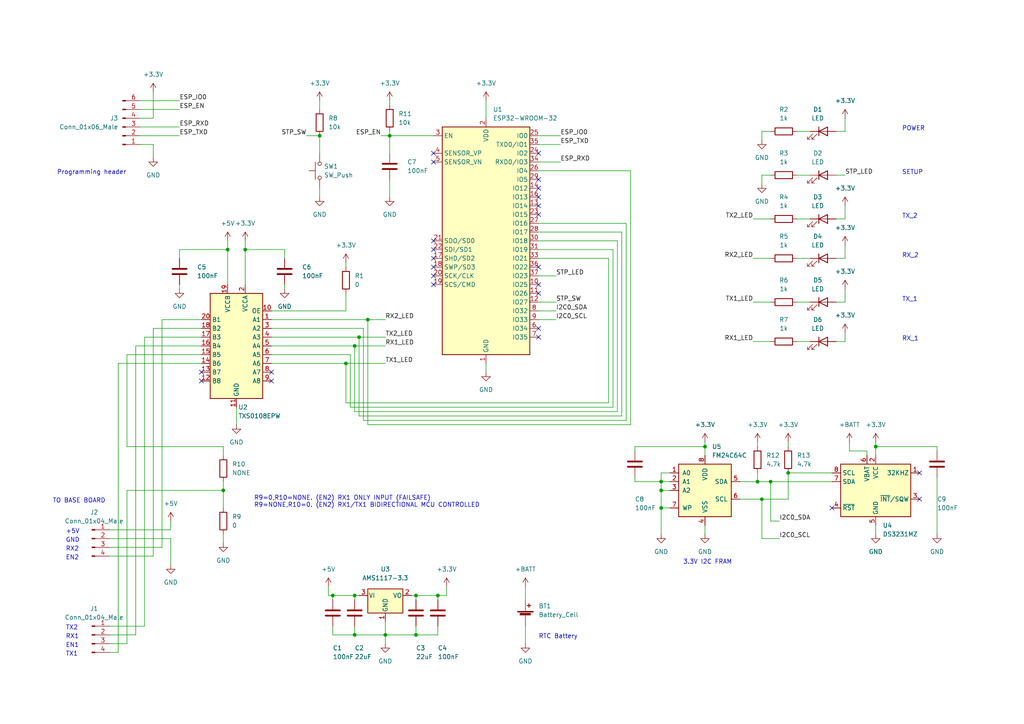
<source format=kicad_sch>
(kicad_sch (version 20211123) (generator eeschema)
  (paper "A4")
  (title_block (title "Modbus RTU mirror side board"))
  (lib_symbols
    (symbol "Connector:Conn_01x04_Male" (pin_names (offset 1.016) hide)
      (property "Reference" "J" (at 0 5.08 0))
      (property "Value" "Conn_01x04_Male" (at 0 -7.62 0))
      (symbol "Conn_01x04_Male_1_1"
        (polyline (pts (xy 1.27 -5.08) (xy 0.8636 -5.08)) (stroke (width 0.1524)))
        (polyline (pts (xy 1.27 -2.54) (xy 0.8636 -2.54)) (stroke (width 0.1524)))
        (polyline (pts (xy 1.27 0) (xy 0.8636 0)) (stroke (width 0.1524)))
        (polyline (pts (xy 1.27 2.54) (xy 0.8636 2.54)) (stroke (width 0.1524)))
        (rectangle (start 0.8636 -4.953) (end 0 -5.207) (stroke (width 0.1524)) (fill (type outline)))
        (rectangle (start 0.8636 -2.413) (end 0 -2.667) (stroke (width 0.1524)) (fill (type outline)))
        (rectangle (start 0.8636 0.127) (end 0 -0.127) (stroke (width 0.1524)) (fill (type outline)))
        (rectangle (start 0.8636 2.667) (end 0 2.413) (stroke (width 0.1524)) (fill (type outline)))
        (pin passive line (at 5.08 2.54 180) (length 3.81) (name "Pin_1") (number "1"))
        (pin passive line (at 5.08 0 180) (length 3.81) (name "Pin_2") (number "2"))
        (pin passive line (at 5.08 -2.54 180) (length 3.81) (name "Pin_3") (number "3"))
        (pin passive line (at 5.08 -5.08 180) (length 3.81) (name "Pin_4") (number "4"))
      )
    )
    (symbol "Connector:Conn_01x06_Male" (pin_names (offset 1.016) hide)
      (property "Reference" "J" (at 0 7.62 0))
      (property "Value" "Conn_01x06_Male" (at 0 -10.16 0))
      (symbol "Conn_01x06_Male_1_1"
        (polyline (pts (xy 1.27 -7.62) (xy 0.8636 -7.62)) (stroke (width 0.1524)))
        (polyline (pts (xy 1.27 -5.08) (xy 0.8636 -5.08)) (stroke (width 0.1524)))
        (polyline (pts (xy 1.27 -2.54) (xy 0.8636 -2.54)) (stroke (width 0.1524)))
        (polyline (pts (xy 1.27 0) (xy 0.8636 0)) (stroke (width 0.1524)))
        (polyline (pts (xy 1.27 2.54) (xy 0.8636 2.54)) (stroke (width 0.1524)))
        (polyline (pts (xy 1.27 5.08) (xy 0.8636 5.08)) (stroke (width 0.1524)))
        (rectangle (start 0.8636 -7.493) (end 0 -7.747) (stroke (width 0.1524)) (fill (type outline)))
        (rectangle (start 0.8636 -4.953) (end 0 -5.207) (stroke (width 0.1524)) (fill (type outline)))
        (rectangle (start 0.8636 -2.413) (end 0 -2.667) (stroke (width 0.1524)) (fill (type outline)))
        (rectangle (start 0.8636 0.127) (end 0 -0.127) (stroke (width 0.1524)) (fill (type outline)))
        (rectangle (start 0.8636 2.667) (end 0 2.413) (stroke (width 0.1524)) (fill (type outline)))
        (rectangle (start 0.8636 5.207) (end 0 4.953) (stroke (width 0.1524)) (fill (type outline)))
        (pin passive line (at 5.08 5.08 180) (length 3.81) (name "Pin_1") (number "1"))
        (pin passive line (at 5.08 2.54 180) (length 3.81) (name "Pin_2") (number "2"))
        (pin passive line (at 5.08 0 180) (length 3.81) (name "Pin_3") (number "3"))
        (pin passive line (at 5.08 -2.54 180) (length 3.81) (name "Pin_4") (number "4"))
        (pin passive line (at 5.08 -5.08 180) (length 3.81) (name "Pin_5") (number "5"))
        (pin passive line (at 5.08 -7.62 180) (length 3.81) (name "Pin_6") (number "6"))
      )
    )
    (symbol "Device:Battery_Cell" (pin_numbers hide) (pin_names (offset 0) hide)
      (property "Reference" "BT" (at 2.54 2.54 0))
      (property "Value" "Battery_Cell" (at 2.54 0 0))
      (symbol "Battery_Cell_0_1"
        (rectangle (start -2.286 1.778) (end 2.286 1.524) (fill (type outline)))
        (rectangle (start -1.5748 1.1938) (end 1.4732 0.6858) (fill (type outline)))
        (polyline (pts (xy 0 0.762) (xy 0 0)))
        (polyline (pts (xy 0 1.778) (xy 0 2.54)))
        (polyline (pts (xy 0.508 3.429) (xy 1.524 3.429)) (stroke (width 0.254)))
        (polyline (pts (xy 1.016 3.937) (xy 1.016 2.921)) (stroke (width 0.254)))
      )
      (symbol "Battery_Cell_1_1"
        (pin passive line (at 0 5.08 270) (length 2.54) (name "+") (number "1"))
        (pin passive line (at 0 -2.54 90) (length 2.54) (name "-") (number "2"))
      )
    )
    (symbol "Device:C" (pin_numbers hide) (pin_names (offset 0.254))
      (property "Reference" "C" (at 0.635 2.54 0))
      (property "Value" "C" (at 0.635 -2.54 0))
      (symbol "C_0_1"
        (polyline (pts (xy -2.032 -0.762) (xy 2.032 -0.762)) (stroke (width 0.508)))
        (polyline (pts (xy -2.032 0.762) (xy 2.032 0.762)) (stroke (width 0.508)))
      )
      (symbol "C_1_1"
        (pin passive line (at 0 3.81 270) (length 2.794) (name "~") (number "1"))
        (pin passive line (at 0 -3.81 90) (length 2.794) (name "~") (number "2"))
      )
    )
    (symbol "Device:LED" (pin_numbers hide) (pin_names (offset 1.016) hide)
      (property "Reference" "D" (at 0 2.54 0))
      (property "Value" "LED" (at 0 -2.54 0))
      (symbol "LED_0_1"
        (polyline (pts (xy -1.27 -1.27) (xy -1.27 1.27)) (stroke (width 0.254)))
        (polyline (pts (xy -1.27 0) (xy 1.27 0)))
        (polyline (pts (xy 1.27 -1.27) (xy 1.27 1.27) (xy -1.27 0) (xy 1.27 -1.27)) (stroke (width 0.254)))
        (polyline (pts (xy -3.048 -0.762) (xy -4.572 -2.286) (xy -3.81 -2.286) (xy -4.572 -2.286) (xy -4.572 -1.524)))
        (polyline (pts (xy -1.778 -0.762) (xy -3.302 -2.286) (xy -2.54 -2.286) (xy -3.302 -2.286) (xy -3.302 -1.524)))
      )
      (symbol "LED_1_1"
        (pin passive line (at -3.81 0 0) (length 2.54) (name "K") (number "1"))
        (pin passive line (at 3.81 0 180) (length 2.54) (name "A") (number "2"))
      )
    )
    (symbol "Device:R" (pin_numbers hide) (pin_names (offset 0))
      (property "Reference" "R" (at 2.032 0 90))
      (property "Value" "R" (at 0 0 90))
      (symbol "R_0_1"
        (rectangle (start -1.016 -2.54) (end 1.016 2.54) (stroke (width 0.254)))
      )
      (symbol "R_1_1"
        (pin passive line (at 0 3.81 270) (length 1.27) (name "~") (number "1"))
        (pin passive line (at 0 -3.81 90) (length 1.27) (name "~") (number "2"))
      )
    )
    (symbol "Logic_LevelTranslator:TXS0108EPW"
      (property "Reference" "U" (at -6.35 16.51 0))
      (property "Value" "TXS0108EPW" (at 3.81 16.51 0))
      (symbol "TXS0108EPW_0_1"
        (rectangle (start -7.62 15.24) (end 7.62 -15.24) (stroke (width 0.254)) (fill (type background)))
      )
      (symbol "TXS0108EPW_1_1"
        (pin bidirectional line (at -10.16 7.62 0) (length 2.54) (name "A1") (number "1"))
        (pin input line (at -10.16 10.16 0) (length 2.54) (name "OE") (number "10"))
        (pin power_in line (at 0 -17.78 90) (length 2.54) (name "GND") (number "11"))
        (pin bidirectional line (at 10.16 -10.16 180) (length 2.54) (name "B8") (number "12"))
        (pin bidirectional line (at 10.16 -7.62 180) (length 2.54) (name "B7") (number "13"))
        (pin bidirectional line (at 10.16 -5.08 180) (length 2.54) (name "B6") (number "14"))
        (pin bidirectional line (at 10.16 -2.54 180) (length 2.54) (name "B5") (number "15"))
        (pin bidirectional line (at 10.16 0 180) (length 2.54) (name "B4") (number "16"))
        (pin bidirectional line (at 10.16 2.54 180) (length 2.54) (name "B3") (number "17"))
        (pin bidirectional line (at 10.16 5.08 180) (length 2.54) (name "B2") (number "18"))
        (pin power_in line (at 2.54 17.78 270) (length 2.54) (name "VCCB") (number "19"))
        (pin power_in line (at -2.54 17.78 270) (length 2.54) (name "VCCA") (number "2"))
        (pin bidirectional line (at 10.16 7.62 180) (length 2.54) (name "B1") (number "20"))
        (pin bidirectional line (at -10.16 5.08 0) (length 2.54) (name "A2") (number "3"))
        (pin bidirectional line (at -10.16 2.54 0) (length 2.54) (name "A3") (number "4"))
        (pin bidirectional line (at -10.16 0 0) (length 2.54) (name "A4") (number "5"))
        (pin bidirectional line (at -10.16 -2.54 0) (length 2.54) (name "A5") (number "6"))
        (pin bidirectional line (at -10.16 -5.08 0) (length 2.54) (name "A6") (number "7"))
        (pin bidirectional line (at -10.16 -7.62 0) (length 2.54) (name "A7") (number "8"))
        (pin bidirectional line (at -10.16 -10.16 0) (length 2.54) (name "A8") (number "9"))
      )
    )
    (symbol "Memory_NVRAM:FM24C64C" (pin_names (offset 1.016))
      (property "Reference" "U" (at -5.08 8.89 0))
      (property "Value" "FM24C64C" (at 6.35 -8.89 0))
      (symbol "FM24C64C_0_1"
        (rectangle (start -7.62 7.62) (end 7.62 -7.62) (stroke (width 0.254)) (fill (type background)))
      )
      (symbol "FM24C64C_1_1"
        (pin input line (at -10.16 5.08 0) (length 2.54) (name "A0") (number "1"))
        (pin input line (at -10.16 2.54 0) (length 2.54) (name "A1") (number "2"))
        (pin input line (at -10.16 0 0) (length 2.54) (name "A2") (number "3"))
        (pin power_in line (at 0 -10.16 90) (length 2.54) (name "VSS") (number "4"))
        (pin bidirectional line (at 10.16 2.54 180) (length 2.54) (name "SDA") (number "5"))
        (pin input line (at 10.16 -2.54 180) (length 2.54) (name "SCL") (number "6"))
        (pin input line (at -10.16 -5.08 0) (length 2.54) (name "WP") (number "7"))
        (pin power_in line (at 0 10.16 270) (length 2.54) (name "VDD") (number "8"))
      )
    )
    (symbol "RF_Module:ESP32-WROOM-32"
      (property "Reference" "U" (at -12.7 34.29 0))
      (property "Value" "ESP32-WROOM-32" (at 1.27 34.29 0))
      (symbol "ESP32-WROOM-32_0_1"
        (rectangle (start -12.7 33.02) (end 12.7 -33.02) (stroke (width 0.254)) (fill (type background)))
      )
      (symbol "ESP32-WROOM-32_1_1"
        (pin power_in line (at 0 -35.56 90) (length 2.54) (name "GND") (number "1"))
        (pin bidirectional line (at 15.24 -12.7 180) (length 2.54) (name "IO25") (number "10"))
        (pin bidirectional line (at 15.24 -15.24 180) (length 2.54) (name "IO26") (number "11"))
        (pin bidirectional line (at 15.24 -17.78 180) (length 2.54) (name "IO27") (number "12"))
        (pin bidirectional line (at 15.24 10.16 180) (length 2.54) (name "IO14") (number "13"))
        (pin bidirectional line (at 15.24 15.24 180) (length 2.54) (name "IO12") (number "14"))
        (pin passive line (at 0 -35.56 90) (length 2.54) hide (name "GND") (number "15"))
        (pin bidirectional line (at 15.24 12.7 180) (length 2.54) (name "IO13") (number "16"))
        (pin bidirectional line (at -15.24 -5.08 0) (length 2.54) (name "SHD/SD2") (number "17"))
        (pin bidirectional line (at -15.24 -7.62 0) (length 2.54) (name "SWP/SD3") (number "18"))
        (pin bidirectional line (at -15.24 -12.7 0) (length 2.54) (name "SCS/CMD") (number "19"))
        (pin power_in line (at 0 35.56 270) (length 2.54) (name "VDD") (number "2"))
        (pin bidirectional line (at -15.24 -10.16 0) (length 2.54) (name "SCK/CLK") (number "20"))
        (pin bidirectional line (at -15.24 0 0) (length 2.54) (name "SDO/SD0") (number "21"))
        (pin bidirectional line (at -15.24 -2.54 0) (length 2.54) (name "SDI/SD1") (number "22"))
        (pin bidirectional line (at 15.24 7.62 180) (length 2.54) (name "IO15") (number "23"))
        (pin bidirectional line (at 15.24 25.4 180) (length 2.54) (name "IO2") (number "24"))
        (pin bidirectional line (at 15.24 30.48 180) (length 2.54) (name "IO0") (number "25"))
        (pin bidirectional line (at 15.24 20.32 180) (length 2.54) (name "IO4") (number "26"))
        (pin bidirectional line (at 15.24 5.08 180) (length 2.54) (name "IO16") (number "27"))
        (pin bidirectional line (at 15.24 2.54 180) (length 2.54) (name "IO17") (number "28"))
        (pin bidirectional line (at 15.24 17.78 180) (length 2.54) (name "IO5") (number "29"))
        (pin input line (at -15.24 30.48 0) (length 2.54) (name "EN") (number "3"))
        (pin bidirectional line (at 15.24 0 180) (length 2.54) (name "IO18") (number "30"))
        (pin bidirectional line (at 15.24 -2.54 180) (length 2.54) (name "IO19") (number "31"))
        (pin no_connect line (at -12.7 -27.94 0) (length 2.54) hide (name "NC") (number "32"))
        (pin bidirectional line (at 15.24 -5.08 180) (length 2.54) (name "IO21") (number "33"))
        (pin bidirectional line (at 15.24 22.86 180) (length 2.54) (name "RXD0/IO3") (number "34"))
        (pin bidirectional line (at 15.24 27.94 180) (length 2.54) (name "TXD0/IO1") (number "35"))
        (pin bidirectional line (at 15.24 -7.62 180) (length 2.54) (name "IO22") (number "36"))
        (pin bidirectional line (at 15.24 -10.16 180) (length 2.54) (name "IO23") (number "37"))
        (pin passive line (at 0 -35.56 90) (length 2.54) hide (name "GND") (number "38"))
        (pin passive line (at 0 -35.56 90) (length 2.54) hide (name "GND") (number "39"))
        (pin input line (at -15.24 25.4 0) (length 2.54) (name "SENSOR_VP") (number "4"))
        (pin input line (at -15.24 22.86 0) (length 2.54) (name "SENSOR_VN") (number "5"))
        (pin input line (at 15.24 -25.4 180) (length 2.54) (name "IO34") (number "6"))
        (pin input line (at 15.24 -27.94 180) (length 2.54) (name "IO35") (number "7"))
        (pin bidirectional line (at 15.24 -20.32 180) (length 2.54) (name "IO32") (number "8"))
        (pin bidirectional line (at 15.24 -22.86 180) (length 2.54) (name "IO33") (number "9"))
      )
    )
    (symbol "Regulator_Linear:AMS1117-3.3" (pin_names (offset 0.254))
      (property "Reference" "U" (at -3.81 3.175 0))
      (property "Value" "AMS1117-3.3" (at 0 3.175 0))
      (symbol "AMS1117-3.3_0_1"
        (rectangle (start -5.08 -5.08) (end 5.08 1.905) (stroke (width 0.254)) (fill (type background)))
      )
      (symbol "AMS1117-3.3_1_1"
        (pin power_in line (at 0 -7.62 90) (length 2.54) (name "GND") (number "1"))
        (pin power_out line (at 7.62 0 180) (length 2.54) (name "VO") (number "2"))
        (pin power_in line (at -7.62 0 0) (length 2.54) (name "VI") (number "3"))
      )
    )
    (symbol "Switch:SW_Push" (pin_numbers hide) (pin_names (offset 1.016) hide)
      (property "Reference" "SW" (at 1.27 2.54 0))
      (property "Value" "SW_Push" (at 0 -1.524 0))
      (symbol "SW_Push_0_1"
        (circle (center -2.032 0) (radius 0.508))
        (polyline (pts (xy 0 1.27) (xy 0 3.048)))
        (polyline (pts (xy 2.54 1.27) (xy -2.54 1.27)))
        (circle (center 2.032 0) (radius 0.508))
        (pin passive line (at -5.08 0 0) (length 2.54) (name "1") (number "1"))
        (pin passive line (at 5.08 0 180) (length 2.54) (name "2") (number "2"))
      )
    )
    (symbol "Timer_RTC:DS3231MZ"
      (property "Reference" "U" (at -7.62 8.89 0))
      (property "Value" "DS3231MZ" (at 11.43 8.89 0))
      (symbol "DS3231MZ_0_1"
        (rectangle (start -10.16 7.62) (end 10.16 -7.62) (stroke (width 0.254)) (fill (type background)))
      )
      (symbol "DS3231MZ_1_1"
        (pin open_collector line (at 12.7 5.08 180) (length 2.54) (name "32KHZ") (number "1"))
        (pin power_in line (at 0 10.16 270) (length 2.54) (name "VCC") (number "2"))
        (pin open_collector line (at 12.7 -2.54 180) (length 2.54) (name "~{INT}/SQW") (number "3"))
        (pin bidirectional line (at -12.7 -5.08 0) (length 2.54) (name "~{RST}") (number "4"))
        (pin power_in line (at 0 -10.16 90) (length 2.54) (name "GND") (number "5"))
        (pin power_in line (at -2.54 10.16 270) (length 2.54) (name "VBAT") (number "6"))
        (pin bidirectional line (at -12.7 2.54 0) (length 2.54) (name "SDA") (number "7"))
        (pin input line (at -12.7 5.08 0) (length 2.54) (name "SCL") (number "8"))
      )
    )
    (symbol "power:+3.3V" (power) (pin_names (offset 0))
      (property "Value" "+3.3V" (at 0 3.556 0))
      (symbol "+3.3V_0_1"
        (polyline (pts (xy -0.762 1.27) (xy 0 2.54)))
        (polyline (pts (xy 0 0) (xy 0 2.54)))
        (polyline (pts (xy 0 2.54) (xy 0.762 1.27)))
      )
      (symbol "+3.3V_1_1"
        (pin power_in line (at 0 0 90) (length 0) hide (name "+3.3V") (number "1"))
      )
    )
    (symbol "power:+5V" (power) (pin_names (offset 0))
      (property "Value" "+5V" (at 0 3.556 0))
      (symbol "+5V_0_1"
        (polyline (pts (xy -0.762 1.27) (xy 0 2.54)))
        (polyline (pts (xy 0 0) (xy 0 2.54)))
        (polyline (pts (xy 0 2.54) (xy 0.762 1.27)))
      )
      (symbol "+5V_1_1"
        (pin power_in line (at 0 0 90) (length 0) hide (name "+5V") (number "1"))
      )
    )
    (symbol "power:+BATT" (power) (pin_names (offset 0))
      (property "Value" "+BATT" (at 0 3.556 0))
      (symbol "+BATT_0_1"
        (polyline (pts (xy -0.762 1.27) (xy 0 2.54)))
        (polyline (pts (xy 0 0) (xy 0 2.54)))
        (polyline (pts (xy 0 2.54) (xy 0.762 1.27)))
      )
      (symbol "+BATT_1_1"
        (pin power_in line (at 0 0 90) (length 0) hide (name "+BATT") (number "1"))
      )
    )
    (symbol "power:GND" (power) (pin_names (offset 0))
      (property "Value" "GND" (at 0 -3.81 0))
      (symbol "GND_0_1"
        (polyline (pts (xy 0 0) (xy 0 -1.27) (xy 1.27 -1.27) (xy 0 -2.54) (xy -1.27 -1.27) (xy 0 -1.27)))
      )
      (symbol "GND_1_1"
        (pin power_in line (at 0 0 270) (length 0) hide (name "GND") (number "1"))
      )
    )
  )
  (junction (at 223.52 139.7))
  (junction (at 71.12 72.39))
  (junction (at 66.04 72.39))
  (junction (at 120.65 172.72))
  (junction (at 102.87 172.72))
  (junction (at 111.76 184.15))
  (junction (at 127 172.72))
  (junction (at 204.47 129.54))
  (junction (at 104.14 97.79))
  (junction (at 228.6 137.16))
  (junction (at 106.68 92.71))
  (junction (at 100.33 105.41))
  (junction (at 254 129.54))
  (junction (at 92.71 39.37))
  (junction (at 102.87 100.33))
  (junction (at 219.71 139.7))
  (junction (at 120.65 184.15))
  (junction (at 113.03 39.37))
  (junction (at 191.77 147.32))
  (junction (at 191.77 139.7))
  (junction (at 191.77 142.24))
  (junction (at 102.87 184.15))
  (junction (at 64.77 142.24))
  (junction (at 220.98 144.78))
  (junction (at 96.52 172.72))
  (no_connect (at 125.73 82.55))
  (no_connect (at 125.73 80.01))
  (no_connect (at 241.3 147.32))
  (no_connect (at 78.74 107.95))
  (no_connect (at 125.73 77.47))
  (no_connect (at 125.73 74.93))
  (no_connect (at 156.21 59.69))
  (no_connect (at 156.21 62.23))
  (no_connect (at 58.42 107.95))
  (no_connect (at 156.21 57.15))
  (no_connect (at 125.73 69.85))
  (no_connect (at 266.7 137.16))
  (no_connect (at 78.74 110.49))
  (no_connect (at 125.73 72.39))
  (no_connect (at 156.21 52.07))
  (no_connect (at 266.7 144.78))
  (no_connect (at 156.21 95.25))
  (no_connect (at 125.73 44.45))
  (no_connect (at 156.21 54.61))
  (no_connect (at 125.73 46.99))
  (no_connect (at 156.21 77.47))
  (no_connect (at 156.21 97.79))
  (no_connect (at 156.21 44.45))
  (no_connect (at 156.21 85.09))
  (no_connect (at 156.21 82.55))
  (no_connect (at 58.42 110.49))
  (wire (pts (xy 40.64 31.75) (xy 52.07 31.75)))
  (wire (pts (xy 177.8 72.39) (xy 177.8 118.11)))
  (wire (pts (xy 214.63 144.78) (xy 220.98 144.78)))
  (wire (pts (xy 40.64 29.21) (xy 52.07 29.21)))
  (wire (pts (xy 218.44 63.5) (xy 223.52 63.5)))
  (wire (pts (xy 254 128.27) (xy 254 129.54)))
  (wire (pts (xy 220.98 40.64) (xy 220.98 38.1)))
  (wire (pts (xy 254 129.54) (xy 254 132.08)))
  (wire (pts (xy 218.44 87.63) (xy 223.52 87.63)))
  (wire (pts (xy 204.47 152.4) (xy 204.47 154.94)))
  (wire (pts (xy 46.99 92.71) (xy 46.99 158.75)))
  (wire (pts (xy 78.74 102.87) (xy 101.6 102.87)))
  (wire (pts (xy 204.47 129.54) (xy 204.47 132.08)))
  (wire (pts (xy 113.03 39.37) (xy 113.03 44.45)))
  (wire (pts (xy 31.75 153.67) (xy 49.53 153.67)))
  (wire (pts (xy 52.07 82.55) (xy 52.07 83.82)))
  (wire (pts (xy 254 129.54) (xy 271.78 129.54)))
  (wire (pts (xy 245.11 99.06) (xy 245.11 96.52)))
  (wire (pts (xy 44.45 95.25) (xy 58.42 95.25)))
  (wire (pts (xy 102.87 100.33) (xy 111.76 100.33)))
  (wire (pts (xy 101.6 118.11) (xy 177.8 118.11)))
  (wire (pts (xy 44.45 34.29) (xy 44.45 26.67)))
  (wire (pts (xy 82.55 74.93) (xy 82.55 72.39)))
  (wire (pts (xy 220.98 38.1) (xy 223.52 38.1)))
  (wire (pts (xy 156.21 74.93) (xy 176.53 74.93)))
  (wire (pts (xy 96.52 173.99) (xy 96.52 172.72)))
  (wire (pts (xy 106.68 92.71) (xy 111.76 92.71)))
  (wire (pts (xy 46.99 92.71) (xy 58.42 92.71)))
  (wire (pts (xy 31.75 189.23) (xy 34.29 189.23)))
  (wire (pts (xy 105.41 121.92) (xy 181.61 121.92)))
  (wire (pts (xy 191.77 139.7) (xy 191.77 142.24)))
  (wire (pts (xy 52.07 72.39) (xy 66.04 72.39)))
  (wire (pts (xy 102.87 100.33) (xy 102.87 119.38)))
  (wire (pts (xy 31.75 184.15) (xy 39.37 184.15)))
  (wire (pts (xy 36.83 129.54) (xy 64.77 129.54)))
  (wire (pts (xy 78.74 100.33) (xy 102.87 100.33)))
  (wire (pts (xy 242.57 50.8) (xy 245.11 50.8)))
  (wire (pts (xy 231.14 99.06) (xy 234.95 99.06)))
  (wire (pts (xy 96.52 184.15) (xy 102.87 184.15)))
  (wire (pts (xy 92.71 29.21) (xy 92.71 31.75)))
  (wire (pts (xy 113.03 38.1) (xy 113.03 39.37)))
  (wire (pts (xy 156.21 87.63) (xy 161.29 87.63)))
  (wire (pts (xy 111.76 184.15) (xy 111.76 186.69)))
  (wire (pts (xy 64.77 154.94) (xy 64.77 157.48)))
  (wire (pts (xy 78.74 95.25) (xy 105.41 95.25)))
  (wire (pts (xy 156.21 80.01) (xy 161.29 80.01)))
  (wire (pts (xy 228.6 137.16) (xy 241.3 137.16)))
  (wire (pts (xy 119.38 172.72) (xy 120.65 172.72)))
  (wire (pts (xy 102.87 172.72) (xy 104.14 172.72)))
  (wire (pts (xy 204.47 128.27) (xy 204.47 129.54)))
  (wire (pts (xy 120.65 172.72) (xy 120.65 173.99)))
  (wire (pts (xy 52.07 74.93) (xy 52.07 72.39)))
  (wire (pts (xy 231.14 63.5) (xy 234.95 63.5)))
  (wire (pts (xy 31.75 186.69) (xy 36.83 186.69)))
  (wire (pts (xy 92.71 39.37) (xy 92.71 44.45)))
  (wire (pts (xy 64.77 139.7) (xy 64.77 142.24)))
  (wire (pts (xy 176.53 116.84) (xy 100.33 116.84)))
  (wire (pts (xy 44.45 95.25) (xy 44.45 161.29)))
  (wire (pts (xy 194.31 142.24) (xy 191.77 142.24)))
  (wire (pts (xy 49.53 153.67) (xy 49.53 151.13)))
  (wire (pts (xy 31.75 181.61) (xy 41.91 181.61)))
  (wire (pts (xy 184.15 130.81) (xy 184.15 129.54)))
  (wire (pts (xy 184.15 138.43) (xy 184.15 139.7)))
  (wire (pts (xy 100.33 90.17) (xy 100.33 85.09)))
  (wire (pts (xy 113.03 29.21) (xy 113.03 30.48)))
  (wire (pts (xy 68.58 118.11) (xy 68.58 123.19)))
  (wire (pts (xy 113.03 39.37) (xy 125.73 39.37)))
  (wire (pts (xy 129.54 172.72) (xy 129.54 170.18)))
  (wire (pts (xy 40.64 39.37) (xy 52.07 39.37)))
  (wire (pts (xy 184.15 129.54) (xy 204.47 129.54)))
  (wire (pts (xy 246.38 128.27) (xy 246.38 130.81)))
  (wire (pts (xy 180.34 120.65) (xy 104.14 120.65)))
  (wire (pts (xy 246.38 130.81) (xy 251.46 130.81)))
  (wire (pts (xy 191.77 137.16) (xy 191.77 139.7)))
  (wire (pts (xy 242.57 38.1) (xy 245.11 38.1)))
  (wire (pts (xy 179.07 119.38) (xy 102.87 119.38)))
  (wire (pts (xy 40.64 36.83) (xy 52.07 36.83)))
  (wire (pts (xy 245.11 38.1) (xy 245.11 34.29)))
  (wire (pts (xy 120.65 184.15) (xy 120.65 181.61)))
  (wire (pts (xy 111.76 184.15) (xy 120.65 184.15)))
  (wire (pts (xy 40.64 41.91) (xy 44.45 41.91)))
  (wire (pts (xy 218.44 74.93) (xy 223.52 74.93)))
  (wire (pts (xy 191.77 139.7) (xy 194.31 139.7)))
  (wire (pts (xy 223.52 151.13) (xy 223.52 139.7)))
  (wire (pts (xy 82.55 82.55) (xy 82.55 83.82)))
  (wire (pts (xy 120.65 184.15) (xy 127 184.15)))
  (wire (pts (xy 191.77 142.24) (xy 191.77 147.32)))
  (wire (pts (xy 78.74 105.41) (xy 100.33 105.41)))
  (wire (pts (xy 78.74 92.71) (xy 106.68 92.71)))
  (wire (pts (xy 106.68 92.71) (xy 106.68 123.19)))
  (wire (pts (xy 127 172.72) (xy 127 173.99)))
  (wire (pts (xy 231.14 74.93) (xy 234.95 74.93)))
  (wire (pts (xy 228.6 144.78) (xy 228.6 137.16)))
  (wire (pts (xy 156.21 49.53) (xy 182.88 49.53)))
  (wire (pts (xy 176.53 74.93) (xy 176.53 116.84)))
  (wire (pts (xy 242.57 63.5) (xy 245.11 63.5)))
  (wire (pts (xy 220.98 50.8) (xy 220.98 53.34)))
  (wire (pts (xy 242.57 99.06) (xy 245.11 99.06)))
  (wire (pts (xy 78.74 97.79) (xy 104.14 97.79)))
  (wire (pts (xy 242.57 74.93) (xy 245.11 74.93)))
  (wire (pts (xy 41.91 97.79) (xy 58.42 97.79)))
  (wire (pts (xy 71.12 82.55) (xy 71.12 72.39)))
  (wire (pts (xy 34.29 105.41) (xy 34.29 189.23)))
  (wire (pts (xy 100.33 105.41) (xy 100.33 116.84)))
  (wire (pts (xy 220.98 144.78) (xy 220.98 156.21)))
  (wire (pts (xy 88.9 39.37) (xy 92.71 39.37)))
  (wire (pts (xy 152.4 170.18) (xy 152.4 173.99)))
  (wire (pts (xy 36.83 102.87) (xy 58.42 102.87)))
  (wire (pts (xy 152.4 181.61) (xy 152.4 186.69)))
  (wire (pts (xy 219.71 139.7) (xy 219.71 137.16)))
  (wire (pts (xy 64.77 142.24) (xy 64.77 147.32)))
  (wire (pts (xy 39.37 100.33) (xy 39.37 184.15)))
  (wire (pts (xy 242.57 87.63) (xy 245.11 87.63)))
  (wire (pts (xy 127 184.15) (xy 127 181.61)))
  (wire (pts (xy 228.6 128.27) (xy 228.6 129.54)))
  (wire (pts (xy 182.88 123.19) (xy 106.68 123.19)))
  (wire (pts (xy 156.21 64.77) (xy 181.61 64.77)))
  (wire (pts (xy 78.74 90.17) (xy 100.33 90.17)))
  (wire (pts (xy 184.15 139.7) (xy 191.77 139.7)))
  (wire (pts (xy 220.98 144.78) (xy 228.6 144.78)))
  (wire (pts (xy 219.71 139.7) (xy 223.52 139.7)))
  (wire (pts (xy 31.75 156.21) (xy 49.53 156.21)))
  (wire (pts (xy 92.71 54.61) (xy 92.71 57.15)))
  (wire (pts (xy 179.07 69.85) (xy 179.07 119.38)))
  (wire (pts (xy 105.41 95.25) (xy 105.41 121.92)))
  (wire (pts (xy 194.31 147.32) (xy 191.77 147.32)))
  (wire (pts (xy 66.04 69.85) (xy 66.04 72.39)))
  (wire (pts (xy 96.52 172.72) (xy 102.87 172.72)))
  (wire (pts (xy 95.25 170.18) (xy 95.25 172.72)))
  (wire (pts (xy 180.34 67.31) (xy 180.34 120.65)))
  (wire (pts (xy 49.53 156.21) (xy 49.53 163.83)))
  (wire (pts (xy 245.11 74.93) (xy 245.11 71.12)))
  (wire (pts (xy 245.11 63.5) (xy 245.11 59.69)))
  (wire (pts (xy 111.76 180.34) (xy 111.76 184.15)))
  (wire (pts (xy 96.52 181.61) (xy 96.52 184.15)))
  (wire (pts (xy 220.98 156.21) (xy 226.06 156.21)))
  (wire (pts (xy 156.21 41.91) (xy 162.56 41.91)))
  (wire (pts (xy 156.21 67.31) (xy 180.34 67.31)))
  (wire (pts (xy 140.97 105.41) (xy 140.97 107.95)))
  (wire (pts (xy 101.6 102.87) (xy 101.6 118.11)))
  (wire (pts (xy 96.52 172.72) (xy 95.25 172.72)))
  (wire (pts (xy 39.37 100.33) (xy 58.42 100.33)))
  (wire (pts (xy 31.75 158.75) (xy 46.99 158.75)))
  (wire (pts (xy 156.21 90.17) (xy 161.29 90.17)))
  (wire (pts (xy 66.04 72.39) (xy 66.04 82.55)))
  (wire (pts (xy 104.14 97.79) (xy 111.76 97.79)))
  (wire (pts (xy 44.45 41.91) (xy 44.45 45.72)))
  (wire (pts (xy 231.14 38.1) (xy 234.95 38.1)))
  (wire (pts (xy 156.21 69.85) (xy 179.07 69.85)))
  (wire (pts (xy 245.11 87.63) (xy 245.11 83.82)))
  (wire (pts (xy 231.14 50.8) (xy 234.95 50.8)))
  (wire (pts (xy 223.52 50.8) (xy 220.98 50.8)))
  (wire (pts (xy 100.33 76.2) (xy 100.33 77.47)))
  (wire (pts (xy 36.83 102.87) (xy 36.83 129.54)))
  (wire (pts (xy 254 152.4) (xy 254 154.94)))
  (wire (pts (xy 251.46 130.81) (xy 251.46 132.08)))
  (wire (pts (xy 102.87 172.72) (xy 102.87 173.99)))
  (wire (pts (xy 223.52 139.7) (xy 241.3 139.7)))
  (wire (pts (xy 156.21 46.99) (xy 162.56 46.99)))
  (wire (pts (xy 127 172.72) (xy 129.54 172.72)))
  (wire (pts (xy 219.71 128.27) (xy 219.71 129.54)))
  (wire (pts (xy 36.83 142.24) (xy 36.83 186.69)))
  (wire (pts (xy 113.03 52.07) (xy 113.03 57.15)))
  (wire (pts (xy 214.63 139.7) (xy 219.71 139.7)))
  (wire (pts (xy 156.21 39.37) (xy 162.56 39.37)))
  (wire (pts (xy 100.33 105.41) (xy 111.76 105.41)))
  (wire (pts (xy 71.12 69.85) (xy 71.12 72.39)))
  (wire (pts (xy 271.78 138.43) (xy 271.78 154.94)))
  (wire (pts (xy 140.97 29.21) (xy 140.97 34.29)))
  (wire (pts (xy 71.12 72.39) (xy 82.55 72.39)))
  (wire (pts (xy 104.14 97.79) (xy 104.14 120.65)))
  (wire (pts (xy 40.64 34.29) (xy 44.45 34.29)))
  (wire (pts (xy 120.65 172.72) (xy 127 172.72)))
  (wire (pts (xy 156.21 72.39) (xy 177.8 72.39)))
  (wire (pts (xy 226.06 151.13) (xy 223.52 151.13)))
  (wire (pts (xy 218.44 99.06) (xy 223.52 99.06)))
  (wire (pts (xy 191.77 147.32) (xy 191.77 154.94)))
  (wire (pts (xy 271.78 129.54) (xy 271.78 130.81)))
  (wire (pts (xy 110.49 39.37) (xy 113.03 39.37)))
  (wire (pts (xy 64.77 132.08) (xy 64.77 129.54)))
  (wire (pts (xy 102.87 181.61) (xy 102.87 184.15)))
  (wire (pts (xy 31.75 161.29) (xy 44.45 161.29)))
  (wire (pts (xy 41.91 97.79) (xy 41.91 181.61)))
  (wire (pts (xy 181.61 64.77) (xy 181.61 121.92)))
  (wire (pts (xy 194.31 137.16) (xy 191.77 137.16)))
  (wire (pts (xy 36.83 142.24) (xy 64.77 142.24)))
  (wire (pts (xy 182.88 49.53) (xy 182.88 123.19)))
  (wire (pts (xy 231.14 87.63) (xy 234.95 87.63)))
  (wire (pts (xy 102.87 184.15) (xy 111.76 184.15)))
  (wire (pts (xy 34.29 105.41) (xy 58.42 105.41)))
  (wire (pts (xy 156.21 92.71) (xy 161.29 92.71)))
  (text "TO BASE BOARD" (at 15.24 146.05 0) (effects (font (size 1.27 1.27)) (justify left bottom)))
  (text "RX1" (at 19.05 185.42 0) (effects (font (size 1.27 1.27)) (justify left bottom)))
  (text "TX_2" (at 261.62 63.5 0) (effects (font (size 1.27 1.27)) (justify left bottom)))
  (text "EN2" (at 19.05 162.56 0) (effects (font (size 1.27 1.27)) (justify left bottom)))
  (text "RX2" (at 19.05 160.02 0) (effects (font (size 1.27 1.27)) (justify left bottom)))
  (text "RTC Battery" (at 156.21 185.42 0) (effects (font (size 1.27 1.27)) (justify left bottom)))
  (text "EN1" (at 19.05 187.96 0) (effects (font (size 1.27 1.27)) (justify left bottom)))
  (text "R9=0,R10=NONE. (EN2) RX1 ONLY INPUT (FAILSAFE)\nR9=NONE,R10=0. (EN2) RX1/TX1 BIDIRECTIONAL MCU CONTROLLED" (at 73.66 147.32 0) (effects (font (size 1.27 1.27)) (justify left bottom)))
  (text "TX2" (at 19.05 182.88 0) (effects (font (size 1.27 1.27)) (justify left bottom)))
  (text "GND" (at 19.05 157.48 0) (effects (font (size 1.27 1.27)) (justify left bottom)))
  (text "SETUP" (at 261.62 50.8 0) (effects (font (size 1.27 1.27)) (justify left bottom)))
  (text "Programming header" (at 16.51 50.8 0) (effects (font (size 1.27 1.27)) (justify left bottom)))
  (text "+5V" (at 19.05 154.94 0) (effects (font (size 1.27 1.27)) (justify left bottom)))
  (text "3.3V I2C FRAM" (at 198.12 163.83 0) (effects (font (size 1.27 1.27)) (justify left bottom)))
  (text "RX_1" (at 261.62 99.06 0) (effects (font (size 1.27 1.27)) (justify left bottom)))
  (text "TX_1" (at 261.62 87.63 0) (effects (font (size 1.27 1.27)) (justify left bottom)))
  (text "TX1" (at 19.05 190.5 0) (effects (font (size 1.27 1.27)) (justify left bottom)))
  (text "POWER" (at 261.62 38.1 0) (effects (font (size 1.27 1.27)) (justify left bottom)))
  (text "RX_2" (at 261.62 74.93 0) (effects (font (size 1.27 1.27)) (justify left bottom)))
  (label "ESP_TXD" (at 162.56 41.91 0))
  (label "STP_SW" (at 161.29 87.63 0))
  (label "TX2_LED" (at 111.76 97.79 0))
  (label "RX1_LED" (at 111.76 100.33 0))
  (label "ESP_EN" (at 52.07 31.75 0))
  (label "I2C0_SDA" (at 226.06 151.13 0))
  (label "ESP_RXD" (at 162.56 46.99 0))
  (label "RX2_LED" (at 218.44 74.93 180))
  (label "ESP_EN" (at 110.49 39.37 180))
  (label "TX2_LED" (at 218.44 63.5 180))
  (label "RX1_LED" (at 218.44 99.06 180))
  (label "ESP_IO0" (at 52.07 29.21 0))
  (label "ESP_IO0" (at 162.56 39.37 0))
  (label "STP_LED" (at 161.29 80.01 0))
  (label "I2C0_SCL" (at 161.29 92.71 0))
  (label "ESP_RXD" (at 52.07 36.83 0))
  (label "I2C0_SDA" (at 161.29 90.17 0))
  (label "STP_SW" (at 88.9 39.37 180))
  (label "STP_LED" (at 245.11 50.8 0))
  (label "TX1_LED" (at 111.76 105.41 0))
  (label "I2C0_SCL" (at 226.06 156.21 0))
  (label "RX2_LED" (at 111.76 92.71 0))
  (label "TX1_LED" (at 218.44 87.63 180))
  (label "ESP_TXD" (at 52.07 39.37 0))
  (symbol (lib_id "power:+3.3V") (at 100.33 76.2 0) (unit 1)
    (property "Reference" "#PWR0113" (effects hide))
    (property "Value" "+3.3V" (at 100.33 71.12 0))
  )
  (symbol (lib_id "power:GND") (at 92.71 57.15 0) (unit 1)
    (property "Reference" "#PWR0129" (effects hide))
    (property "Value" "GND" (at 92.71 62.23 0))
  )
  (symbol (lib_id "Device:R") (at 113.03 34.29 0) (unit 1)
    (property "Reference" "R11" (at 115.57 33.0199 0) (effects (justify left)))
    (property "Value" "10k" (at 115.57 35.5599 0) (effects (justify left)))
    (property "Footprint" "Resistor_SMD:R_0805_2012Metric_Pad1.20x1.40mm_HandSolder" (effects hide))
  )
  (symbol (lib_id "power:+3.3V") (at 254 128.27 0) (unit 1)
    (property "Reference" "#PWR0121" (effects hide))
    (property "Value" "+3.3V" (at 254 123.19 0))
  )
  (symbol (lib_id "power:+5V") (at 95.25 170.18 0) (unit 1)
    (property "Reference" "#PWR0105" (effects hide))
    (property "Value" "+5V" (at 95.25 165.1 0))
  )
  (symbol (lib_id "Device:C") (at 96.52 177.8 0) (unit 1)
    (property "Reference" "C1" (at 96.52 187.96 0) (effects (justify left)))
    (property "Value" "100nF" (at 96.52 190.5 0) (effects (justify left)))
    (property "Footprint" "Capacitor_SMD:C_0805_2012Metric_Pad1.18x1.45mm_HandSolder" (effects hide))
  )
  (symbol (lib_id "Device:C") (at 82.55 78.74 0) (unit 1)
    (property "Reference" "C6" (at 87.63 77.47 0) (effects (justify left)))
    (property "Value" "100nF" (at 87.63 80.01 0) (effects (justify left)))
    (property "Footprint" "Capacitor_SMD:C_0805_2012Metric_Pad1.18x1.45mm_HandSolder" (effects hide))
  )
  (symbol (lib_id "power:+5V") (at 66.04 69.85 0) (unit 1)
    (property "Reference" "#PWR0106" (effects hide))
    (property "Value" "+5V" (at 66.04 64.77 0))
  )
  (symbol (lib_id "Connector:Conn_01x06_Male") (at 35.56 36.83 0) (mirror x) (unit 1)
    (property "Reference" "J3" (at 34.29 34.2899 0) (effects (justify right)))
    (property "Value" "Conn_01x06_Male" (at 34.29 36.8299 0) (effects (justify right)))
    (property "Footprint" "Connector_PinHeader_2.54mm:PinHeader_1x06_P2.54mm_Vertical" (effects hide))
  )
  (symbol (lib_id "power:GND") (at 254 154.94 0) (unit 1)
    (property "Reference" "#PWR0125" (effects hide))
    (property "Value" "GND" (at 254 160.02 0))
  )
  (symbol (lib_id "Device:C") (at 102.87 177.8 0) (unit 1)
    (property "Reference" "C2" (at 102.87 187.96 0) (effects (justify left)))
    (property "Value" "22uF" (at 102.87 190.5 0) (effects (justify left)))
    (property "Footprint" "Capacitor_SMD:C_0805_2012Metric_Pad1.18x1.45mm_HandSolder" (effects hide))
  )
  (symbol (lib_id "power:GND") (at 52.07 83.82 0) (unit 1)
    (property "Reference" "#PWR0111" (effects hide))
    (property "Value" "GND" (at 52.07 88.9 0))
  )
  (symbol (lib_id "Device:LED") (at 238.76 99.06 0) (unit 1)
    (property "Reference" "D6" (at 237.1725 92.71 0))
    (property "Value" "LED" (at 237.1725 95.25 0))
    (property "Footprint" "LED_THT_horizontal_holder:LED_D3.0mm_4.5x9.5mm" (effects hide))
  )
  (symbol (lib_id "Device:LED") (at 238.76 74.93 0) (unit 1)
    (property "Reference" "D4" (at 237.1725 68.58 0))
    (property "Value" "LED" (at 237.1725 71.12 0))
    (property "Footprint" "LED_THT_horizontal_holder:LED_D3.0mm_4.5x9.5mm" (effects hide))
  )
  (symbol (lib_id "Device:Battery_Cell") (at 152.4 179.07 0) (unit 1)
    (property "Reference" "BT1" (at 156.21 175.7679 0) (effects (justify left)))
    (property "Value" "Battery_Cell" (at 156.21 178.3079 0) (effects (justify left)))
    (property "Footprint" "Battery_rtc:CR2032_Vertical_CircularHoles" (effects hide))
  )
  (symbol (lib_id "Device:C") (at 127 177.8 0) (unit 1)
    (property "Reference" "C4" (at 127 187.96 0) (effects (justify left)))
    (property "Value" "100nF" (at 127 190.5 0) (effects (justify left)))
    (property "Footprint" "Capacitor_SMD:C_0805_2012Metric_Pad1.18x1.45mm_HandSolder" (effects hide))
  )
  (symbol (lib_id "power:+5V") (at 49.53 151.13 0) (unit 1)
    (property "Reference" "#PWR0104" (effects hide))
    (property "Value" "+5V" (at 49.53 146.05 0))
  )
  (symbol (lib_id "power:+3.3V") (at 71.12 69.85 0) (unit 1)
    (property "Reference" "#PWR0108" (effects hide))
    (property "Value" "+3.3V" (at 71.12 64.77 0))
  )
  (symbol (lib_id "power:GND") (at 64.77 157.48 0) (unit 1)
    (property "Reference" "#PWR0132" (effects hide))
    (property "Value" "GND" (at 64.77 162.56 0))
  )
  (symbol (lib_id "Device:R") (at 100.33 81.28 0) (unit 1)
    (property "Reference" "R1" (at 102.87 80.0099 0) (effects (justify left)))
    (property "Value" "0" (at 102.87 82.5499 0) (effects (justify left)))
    (property "Footprint" "Resistor_SMD:R_0805_2012Metric_Pad1.20x1.40mm_HandSolder" (effects hide))
  )
  (symbol (lib_id "Switch:SW_Push") (at 92.71 49.53 90) (mirror x) (unit 1)
    (property "Reference" "SW1" (at 93.98 48.2599 90) (effects (justify right)))
    (property "Value" "SW_Push" (at 93.98 50.7999 90) (effects (justify right)))
    (property "Footprint" "Button_Switch_THT:SW_Tactile_SPST_Angled_PTS645Vx31-2LFS" (effects hide))
  )
  (symbol (lib_id "Device:R") (at 227.33 38.1 90) (unit 1)
    (property "Reference" "R2" (at 227.33 31.75 90))
    (property "Value" "1k" (at 227.33 34.29 90))
    (property "Footprint" "Resistor_SMD:R_0805_2012Metric_Pad1.20x1.40mm_HandSolder" (effects hide))
  )
  (symbol (lib_id "power:+3.3V") (at 204.47 128.27 0) (unit 1)
    (property "Reference" "#PWR0124" (effects hide))
    (property "Value" "+3.3V" (at 204.47 123.19 0))
  )
  (symbol (lib_id "Connector:Conn_01x04_Male") (at 26.67 184.15 0) (unit 1)
    (property "Reference" "J1" (at 27.305 176.53 0))
    (property "Value" "Conn_01x04_Male" (at 27.305 179.07 0))
    (property "Footprint" "Connector_PinHeader_2.54mm:PinHeader_1x04_P2.54mm_Vertical" (effects hide))
  )
  (symbol (lib_id "power:+3.3V") (at 44.45 26.67 0) (unit 1)
    (property "Reference" "#PWR0130" (effects hide))
    (property "Value" "+3.3V" (at 44.45 21.59 0))
  )
  (symbol (lib_id "Device:R") (at 228.6 133.35 0) (unit 1)
    (property "Reference" "R13" (at 231.14 132.0799 0) (effects (justify left)))
    (property "Value" "4.7k" (at 231.14 134.6199 0) (effects (justify left)))
    (property "Footprint" "Resistor_SMD:R_0805_2012Metric_Pad1.20x1.40mm_HandSolder" (effects hide))
  )
  (symbol (lib_id "power:GND") (at 271.78 154.94 0) (unit 1)
    (property "Reference" "#PWR0138" (effects hide))
    (property "Value" "GND" (at 271.78 160.02 0))
  )
  (symbol (lib_id "Logic_LevelTranslator:TXS0108EPW") (at 68.58 100.33 0) (mirror y) (unit 1)
    (property "Reference" "U2" (at 69.1006 118.11 0) (effects (justify right)))
    (property "Value" "TXS0108EPW" (at 69.1006 120.65 0) (effects (justify right)))
    (property "Footprint" "Package_SO:TSSOP-20_4.4x6.5mm_P0.65mm" (effects hide))
    (property "Datasheet" "www.ti.com/lit/ds/symlink/txs0108e.pdf" (effects hide))
  )
  (symbol (lib_id "Device:LED") (at 238.76 50.8 0) (unit 1)
    (property "Reference" "D2" (at 237.1725 44.45 0))
    (property "Value" "LED" (at 237.1725 46.99 0))
    (property "Footprint" "LED_THT_horizontal_holder:LED_D3.0mm_4.5x9.5mm" (effects hide))
  )
  (symbol (lib_id "Timer_RTC:DS3231MZ") (at 254 142.24 0) (unit 1)
    (property "Reference" "U4" (at 256.0194 152.4 0) (effects (justify left)))
    (property "Value" "DS3231MZ" (at 256.0194 154.94 0) (effects (justify left)))
    (property "Footprint" "Package_SO:SOIC-8_3.9x4.9mm_P1.27mm" (effects hide))
    (property "Datasheet" "http://datasheets.maximintegrated.com/en/ds/DS3231M.pdf" (effects hide))
  )
  (symbol (lib_id "power:+3.3V") (at 245.11 59.69 0) (unit 1)
    (property "Reference" "#PWR0117" (effects hide))
    (property "Value" "+3.3V" (at 245.11 54.61 0))
  )
  (symbol (lib_id "Device:R") (at 64.77 135.89 180) (unit 1)
    (property "Reference" "R10" (at 67.31 134.6199 0) (effects (justify right)))
    (property "Value" "NONE" (at 67.31 137.1599 0) (effects (justify right)))
    (property "Footprint" "Resistor_SMD:R_0805_2012Metric_Pad1.20x1.40mm_HandSolder" (effects hide))
  )
  (symbol (lib_id "Memory_NVRAM:FM24C64C") (at 204.47 142.24 0) (unit 1)
    (property "Reference" "U5" (at 206.4894 129.54 0) (effects (justify left)))
    (property "Value" "FM24C64C" (at 206.4894 132.08 0) (effects (justify left)))
    (property "Footprint" "Package_SO:SOIC-8_3.9x4.9mm_P1.27mm" (effects hide))
    (property "Datasheet" "http://www.cypress.com/file/41651/download" (effects hide))
  )
  (symbol (lib_id "power:+3.3V") (at 228.6 128.27 0) (unit 1)
    (property "Reference" "#PWR0137" (effects hide))
    (property "Value" "+3.3V" (at 228.6 123.19 0))
  )
  (symbol (lib_id "Connector:Conn_01x04_Male") (at 26.67 156.21 0) (unit 1)
    (property "Reference" "J2" (at 27.305 148.59 0))
    (property "Value" "Conn_01x04_Male" (at 27.305 151.13 0))
    (property "Footprint" "Connector_PinHeader_2.54mm:PinHeader_1x04_P2.54mm_Vertical" (effects hide))
  )
  (symbol (lib_id "Device:LED") (at 238.76 87.63 0) (unit 1)
    (property "Reference" "D5" (at 237.1725 81.28 0))
    (property "Value" "LED" (at 237.1725 83.82 0))
    (property "Footprint" "LED_THT_horizontal_holder:LED_D3.0mm_4.5x9.5mm" (effects hide))
  )
  (symbol (lib_id "Device:C") (at 184.15 134.62 0) (unit 1)
    (property "Reference" "C8" (at 184.15 144.78 0) (effects (justify left)))
    (property "Value" "100nF" (at 184.15 147.32 0) (effects (justify left)))
    (property "Footprint" "Capacitor_SMD:C_0805_2012Metric_Pad1.18x1.45mm_HandSolder" (effects hide))
  )
  (symbol (lib_id "power:GND") (at 82.55 83.82 0) (unit 1)
    (property "Reference" "#PWR0112" (effects hide))
    (property "Value" "GND" (at 82.55 88.9 0))
  )
  (symbol (lib_id "power:GND") (at 49.53 163.83 0) (unit 1)
    (property "Reference" "#PWR0101" (effects hide))
    (property "Value" "GND" (at 49.53 168.91 0))
  )
  (symbol (lib_id "Device:R") (at 227.33 63.5 90) (unit 1)
    (property "Reference" "R4" (at 227.33 57.15 90))
    (property "Value" "1k" (at 227.33 59.69 90))
    (property "Footprint" "Resistor_SMD:R_0805_2012Metric_Pad1.20x1.40mm_HandSolder" (effects hide))
  )
  (symbol (lib_id "power:GND") (at 111.76 186.69 0) (unit 1)
    (property "Reference" "#PWR0102" (effects hide))
    (property "Value" "GND" (at 111.76 191.77 0))
  )
  (symbol (lib_id "power:GND") (at 68.58 123.19 0) (unit 1)
    (property "Reference" "#PWR0107" (effects hide))
    (property "Value" "GND" (at 68.58 128.27 0))
  )
  (symbol (lib_id "Device:R") (at 64.77 151.13 0) (unit 1)
    (property "Reference" "R9" (at 67.31 149.8599 0) (effects (justify left)))
    (property "Value" "0" (at 67.31 152.3999 0) (effects (justify left)))
    (property "Footprint" "Resistor_SMD:R_0805_2012Metric_Pad1.20x1.40mm_HandSolder" (effects hide))
  )
  (symbol (lib_id "Device:R") (at 227.33 87.63 90) (unit 1)
    (property "Reference" "R6" (at 227.33 81.28 90))
    (property "Value" "1k" (at 227.33 83.82 90))
    (property "Footprint" "Resistor_SMD:R_0805_2012Metric_Pad1.20x1.40mm_HandSolder" (effects hide))
  )
  (symbol (lib_id "Device:C") (at 120.65 177.8 0) (unit 1)
    (property "Reference" "C3" (at 120.65 187.96 0) (effects (justify left)))
    (property "Value" "22uF" (at 120.65 190.5 0) (effects (justify left)))
    (property "Footprint" "Capacitor_SMD:C_0805_2012Metric_Pad1.18x1.45mm_HandSolder" (effects hide))
  )
  (symbol (lib_id "Device:R") (at 227.33 99.06 90) (unit 1)
    (property "Reference" "R7" (at 227.33 92.71 90))
    (property "Value" "1k" (at 227.33 95.25 90))
    (property "Footprint" "Resistor_SMD:R_0805_2012Metric_Pad1.20x1.40mm_HandSolder" (effects hide))
  )
  (symbol (lib_id "power:+3.3V") (at 219.71 128.27 0) (unit 1)
    (property "Reference" "#PWR0136" (effects hide))
    (property "Value" "+3.3V" (at 219.71 123.19 0))
  )
  (symbol (lib_id "power:+BATT") (at 246.38 128.27 0) (unit 1)
    (property "Reference" "#PWR0122" (effects hide))
    (property "Value" "+BATT" (at 246.38 123.19 0))
  )
  (symbol (lib_id "power:+3.3V") (at 245.11 83.82 0) (unit 1)
    (property "Reference" "#PWR0120" (effects hide))
    (property "Value" "+3.3V" (at 245.11 78.74 0))
  )
  (symbol (lib_id "power:+3.3V") (at 129.54 170.18 0) (unit 1)
    (property "Reference" "#PWR0103" (effects hide))
    (property "Value" "+3.3V" (at 129.54 165.1 0))
  )
  (symbol (lib_id "Device:R") (at 219.71 133.35 0) (unit 1)
    (property "Reference" "R12" (at 222.25 132.0799 0) (effects (justify left)))
    (property "Value" "4.7k" (at 222.25 134.6199 0) (effects (justify left)))
    (property "Footprint" "Resistor_SMD:R_0805_2012Metric_Pad1.20x1.40mm_HandSolder" (effects hide))
  )
  (symbol (lib_id "Device:C") (at 52.07 78.74 0) (unit 1)
    (property "Reference" "C5" (at 57.15 77.47 0) (effects (justify left)))
    (property "Value" "100nF" (at 57.15 80.01 0) (effects (justify left)))
    (property "Footprint" "Capacitor_SMD:C_0805_2012Metric_Pad1.18x1.45mm_HandSolder" (effects hide))
  )
  (symbol (lib_id "power:GND") (at 204.47 154.94 0) (unit 1)
    (property "Reference" "#PWR0123" (effects hide))
    (property "Value" "GND" (at 204.47 160.02 0))
  )
  (symbol (lib_id "Device:C") (at 271.78 134.62 0) (unit 1)
    (property "Reference" "C9" (at 271.78 144.78 0) (effects (justify left)))
    (property "Value" "100nF" (at 271.78 147.32 0) (effects (justify left)))
    (property "Footprint" "Capacitor_SMD:C_0805_2012Metric_Pad1.18x1.45mm_HandSolder" (effects hide))
  )
  (symbol (lib_id "power:+3.3V") (at 245.11 34.29 0) (unit 1)
    (property "Reference" "#PWR0114" (effects hide))
    (property "Value" "+3.3V" (at 245.11 29.21 0))
  )
  (symbol (lib_id "power:GND") (at 140.97 107.95 0) (unit 1)
    (property "Reference" "#PWR0110" (effects hide))
    (property "Value" "GND" (at 140.97 113.03 0))
  )
  (symbol (lib_id "Regulator_Linear:AMS1117-3.3") (at 111.76 172.72 0) (unit 1)
    (property "Reference" "U3" (at 111.76 165.1 0))
    (property "Value" "AMS1117-3.3" (at 111.76 167.64 0))
    (property "Footprint" "Package_TO_SOT_SMD:SOT-223-3_TabPin2" (effects hide))
    (property "Datasheet" "http://www.advanced-monolithic.com/pdf/ds1117.pdf" (effects hide))
  )
  (symbol (lib_id "power:GND") (at 44.45 45.72 0) (unit 1)
    (property "Reference" "#PWR0131" (effects hide))
    (property "Value" "GND" (at 44.45 50.8 0))
  )
  (symbol (lib_id "power:+BATT") (at 152.4 170.18 0) (unit 1)
    (property "Reference" "#PWR0126" (effects hide))
    (property "Value" "+BATT" (at 152.4 165.1 0))
  )
  (symbol (lib_id "Device:R") (at 227.33 50.8 90) (unit 1)
    (property "Reference" "R3" (at 227.33 44.45 90))
    (property "Value" "1k" (at 227.33 46.99 90))
    (property "Footprint" "Resistor_SMD:R_0805_2012Metric_Pad1.20x1.40mm_HandSolder" (effects hide))
  )
  (symbol (lib_id "Device:LED") (at 238.76 63.5 0) (unit 1)
    (property "Reference" "D3" (at 237.1725 57.15 0))
    (property "Value" "LED" (at 237.1725 59.69 0))
    (property "Footprint" "LED_THT_horizontal_holder:LED_D3.0mm_4.5x9.5mm" (effects hide))
  )
  (symbol (lib_id "Device:R") (at 92.71 35.56 0) (unit 1)
    (property "Reference" "R8" (at 95.25 34.2899 0) (effects (justify left)))
    (property "Value" "10k" (at 95.25 36.8299 0) (effects (justify left)))
    (property "Footprint" "Resistor_SMD:R_0805_2012Metric_Pad1.20x1.40mm_HandSolder" (effects hide))
  )
  (symbol (lib_id "power:+3.3V") (at 140.97 29.21 0) (unit 1)
    (property "Reference" "#PWR0109" (effects hide))
    (property "Value" "+3.3V" (at 140.97 24.13 0))
  )
  (symbol (lib_id "Device:R") (at 227.33 74.93 90) (unit 1)
    (property "Reference" "R5" (at 227.33 68.58 90))
    (property "Value" "1k" (at 227.33 71.12 90))
    (property "Footprint" "Resistor_SMD:R_0805_2012Metric_Pad1.20x1.40mm_HandSolder" (effects hide))
  )
  (symbol (lib_id "power:GND") (at 152.4 186.69 0) (unit 1)
    (property "Reference" "#PWR0127" (effects hide))
    (property "Value" "GND" (at 152.4 191.77 0))
  )
  (symbol (lib_id "Device:LED") (at 238.76 38.1 0) (unit 1)
    (property "Reference" "D1" (at 237.1725 31.75 0))
    (property "Value" "LED" (at 237.1725 34.29 0))
    (property "Footprint" "LED_THT_horizontal_holder:LED_D3.0mm_4.5x9.5mm" (effects hide))
  )
  (symbol (lib_id "power:+3.3V") (at 245.11 71.12 0) (unit 1)
    (property "Reference" "#PWR0119" (effects hide))
    (property "Value" "+3.3V" (at 245.11 66.04 0))
  )
  (symbol (lib_id "power:GND") (at 220.98 40.64 0) (unit 1)
    (property "Reference" "#PWR0115" (effects hide))
    (property "Value" "GND" (at 220.98 45.72 0))
  )
  (symbol (lib_id "power:+3.3V") (at 92.71 29.21 0) (unit 1)
    (property "Reference" "#PWR0128" (effects hide))
    (property "Value" "+3.3V" (at 92.71 24.13 0))
  )
  (symbol (lib_id "power:GND") (at 191.77 154.94 0) (unit 1)
    (property "Reference" "#PWR0135" (effects hide))
    (property "Value" "GND" (at 191.77 160.02 0))
  )
  (symbol (lib_id "Device:C") (at 113.03 48.26 0) (unit 1)
    (property "Reference" "C7" (at 118.11 46.99 0) (effects (justify left)))
    (property "Value" "100nF" (at 118.11 49.53 0) (effects (justify left)))
    (property "Footprint" "Capacitor_SMD:C_0805_2012Metric_Pad1.18x1.45mm_HandSolder" (effects hide))
  )
  (symbol (lib_id "power:+3.3V") (at 245.11 96.52 0) (unit 1)
    (property "Reference" "#PWR0118" (effects hide))
    (property "Value" "+3.3V" (at 245.11 91.44 0))
  )
  (symbol (lib_id "power:+3.3V") (at 113.03 29.21 0) (unit 1)
    (property "Reference" "#PWR0133" (effects hide))
    (property "Value" "+3.3V" (at 113.03 24.13 0))
  )
  (symbol (lib_id "power:GND") (at 220.98 53.34 0) (unit 1)
    (property "Reference" "#PWR0116" (effects hide))
    (property "Value" "GND" (at 220.98 58.42 0))
  )
  (symbol (lib_id "RF_Module:ESP32-WROOM-32") (at 140.97 69.85 0) (unit 1)
    (property "Reference" "U1" (at 142.9894 31.75 0) (effects (justify left)))
    (property "Value" "ESP32-WROOM-32" (at 142.9894 34.29 0) (effects (justify left)))
    (property "Footprint" "RF_Module:ESP32-WROOM-32" (effects hide))
    (property "Datasheet" "https://www.espressif.com/sites/default/files/documentation/esp32-wroom-32_datasheet_en.pdf" (effects hide))
  )
  (symbol (lib_id "power:GND") (at 113.03 57.15 0) (unit 1)
    (property "Reference" "#PWR0134" (effects hide))
    (property "Value" "GND" (at 113.03 62.23 0))
  )
)
</source>
